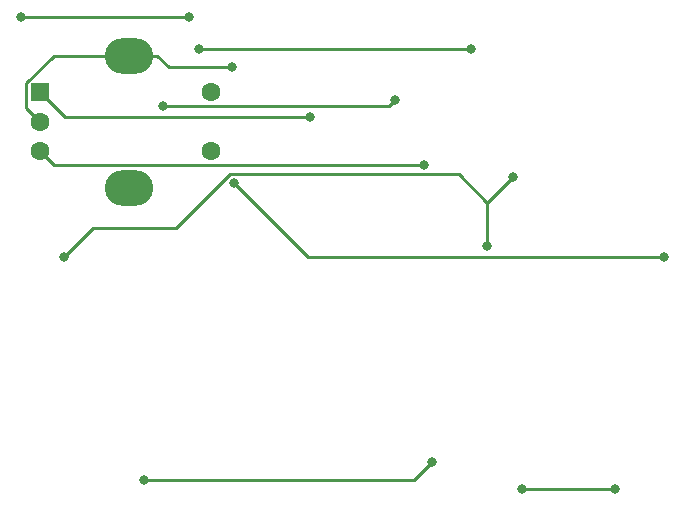
<source format=gbr>
%TF.GenerationSoftware,KiCad,Pcbnew,7.0.10*%
%TF.CreationDate,2026-02-06T21:47:14-08:00*%
%TF.ProjectId,4kemp,346b656d-702e-46b6-9963-61645f706362,rev?*%
%TF.SameCoordinates,Original*%
%TF.FileFunction,Copper,L1,Top*%
%TF.FilePolarity,Positive*%
%FSLAX46Y46*%
G04 Gerber Fmt 4.6, Leading zero omitted, Abs format (unit mm)*
G04 Created by KiCad (PCBNEW 7.0.10) date 2026-02-06 21:47:14*
%MOMM*%
%LPD*%
G01*
G04 APERTURE LIST*
G04 Aperture macros list*
%AMRoundRect*
0 Rectangle with rounded corners*
0 $1 Rounding radius*
0 $2 $3 $4 $5 $6 $7 $8 $9 X,Y pos of 4 corners*
0 Add a 4 corners polygon primitive as box body*
4,1,4,$2,$3,$4,$5,$6,$7,$8,$9,$2,$3,0*
0 Add four circle primitives for the rounded corners*
1,1,$1+$1,$2,$3*
1,1,$1+$1,$4,$5*
1,1,$1+$1,$6,$7*
1,1,$1+$1,$8,$9*
0 Add four rect primitives between the rounded corners*
20,1,$1+$1,$2,$3,$4,$5,0*
20,1,$1+$1,$4,$5,$6,$7,0*
20,1,$1+$1,$6,$7,$8,$9,0*
20,1,$1+$1,$8,$9,$2,$3,0*%
G04 Aperture macros list end*
%TA.AperFunction,ComponentPad*%
%ADD10RoundRect,0.250000X-0.550000X-0.550000X0.550000X-0.550000X0.550000X0.550000X-0.550000X0.550000X0*%
%TD*%
%TA.AperFunction,ComponentPad*%
%ADD11C,1.600000*%
%TD*%
%TA.AperFunction,ComponentPad*%
%ADD12O,4.100000X3.000000*%
%TD*%
%TA.AperFunction,ViaPad*%
%ADD13C,0.800000*%
%TD*%
%TA.AperFunction,Conductor*%
%ADD14C,0.250000*%
%TD*%
G04 APERTURE END LIST*
D10*
%TO.P,SW5,A,A*%
%TO.N,/A*%
X38451100Y-50649300D03*
D11*
%TO.P,SW5,B,B*%
%TO.N,/B*%
X38451100Y-55649300D03*
%TO.P,SW5,C,C*%
%TO.N,GND*%
X38451100Y-53149300D03*
%TO.P,SW5,S1,S1*%
%TO.N,/Column2*%
X52951100Y-50649300D03*
%TO.P,SW5,S2,S2*%
%TO.N,Net-(D5-A)*%
X52951100Y-55649300D03*
D12*
%TO.P,SW5,SH,SHIELD*%
%TO.N,GND*%
X45951100Y-47549300D03*
X45951100Y-58749300D03*
%TD*%
D13*
%TO.N,/NP2DATA*%
X54857200Y-58324000D03*
X91255700Y-64635500D03*
%TO.N,Net-(LED1-DIN)*%
X71612600Y-81953000D03*
X47245800Y-83488700D03*
%TO.N,/B*%
X70949900Y-56788400D03*
%TO.N,/A*%
X61260000Y-52761800D03*
%TO.N,/Column1*%
X68535800Y-51281600D03*
X48822400Y-51805400D03*
%TO.N,/Column0*%
X78485900Y-57806700D03*
X76302200Y-63633300D03*
X40437200Y-64589900D03*
%TO.N,+5V*%
X87094000Y-84264800D03*
X79208700Y-84264800D03*
%TO.N,GND*%
X54731200Y-48553400D03*
%TO.N,/NPDATA*%
X36835600Y-44264500D03*
X51094200Y-44264500D03*
%TO.N,Net-(D4-A)*%
X51940000Y-47002700D03*
X74955000Y-47002700D03*
%TD*%
D14*
%TO.N,/NP2DATA*%
X61168700Y-64635500D02*
X91255700Y-64635500D01*
X54857200Y-58324000D02*
X61168700Y-64635500D01*
%TO.N,Net-(LED1-DIN)*%
X70076900Y-83488700D02*
X71612600Y-81953000D01*
X47245800Y-83488700D02*
X70076900Y-83488700D01*
%TO.N,/B*%
X39590200Y-56788400D02*
X70949900Y-56788400D01*
X38451100Y-55649300D02*
X39590200Y-56788400D01*
%TO.N,/A*%
X40563600Y-52761800D02*
X61260000Y-52761800D01*
X38451100Y-50649300D02*
X40563600Y-52761800D01*
%TO.N,/Column1*%
X68012000Y-51805400D02*
X48822400Y-51805400D01*
X68535800Y-51281600D02*
X68012000Y-51805400D01*
%TO.N,/Column0*%
X73903100Y-57591300D02*
X76302200Y-59990400D01*
X54486600Y-57591300D02*
X73903100Y-57591300D01*
X49943400Y-62134500D02*
X54486600Y-57591300D01*
X42892600Y-62134500D02*
X49943400Y-62134500D01*
X40437200Y-64589900D02*
X42892600Y-62134500D01*
X78485900Y-57806700D02*
X76302200Y-59990400D01*
X76302200Y-59990400D02*
X76302200Y-63633300D01*
%TO.N,+5V*%
X79208700Y-84264800D02*
X87094000Y-84264800D01*
%TO.N,GND*%
X39604500Y-47549300D02*
X45951100Y-47549300D01*
X37254300Y-49899500D02*
X39604500Y-47549300D01*
X37254300Y-51952500D02*
X37254300Y-49899500D01*
X38451100Y-53149300D02*
X37254300Y-51952500D01*
X49332100Y-48553400D02*
X54731200Y-48553400D01*
X48328000Y-47549300D02*
X49332100Y-48553400D01*
X45951100Y-47549300D02*
X48328000Y-47549300D01*
%TO.N,/NPDATA*%
X36835600Y-44264500D02*
X51094200Y-44264500D01*
%TO.N,Net-(D4-A)*%
X51940000Y-47002700D02*
X74955000Y-47002700D01*
%TD*%
M02*

</source>
